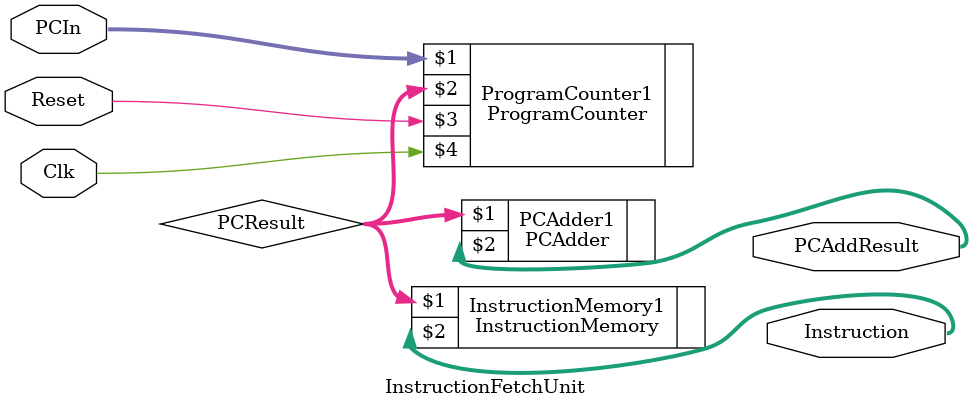
<source format=v>
`timescale 1ns / 1ps


module InstructionFetchUnit(Instruction, PCIn, PCAddResult, Reset, Clk);
    input Reset, Clk;
    input [31:0] PCIn;
    output [31:0] Instruction;
    
    output wire[31:0] PCAddResult;
    wire[31:0] PCResult;
    
    PCAdder PCAdder1(PCResult, PCAddResult);
    ProgramCounter ProgramCounter1(PCIn, PCResult, Reset, Clk);
    InstructionMemory InstructionMemory1(PCResult, Instruction);
    
endmodule

</source>
